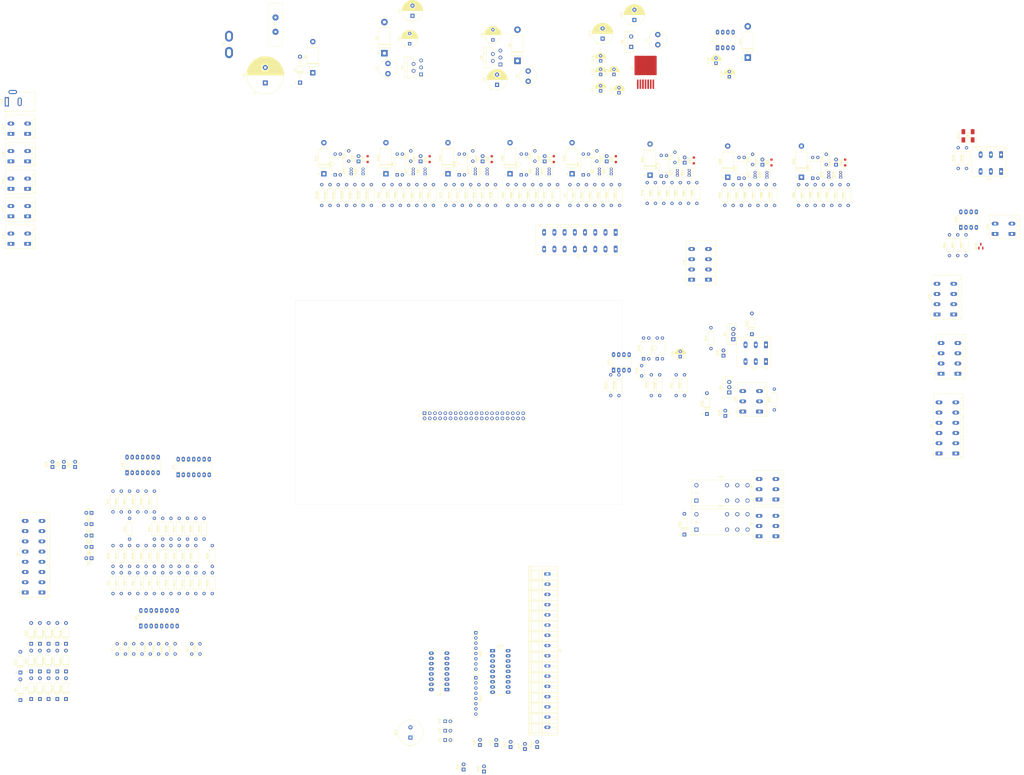
<source format=kicad_pcb>
(kicad_pcb
	(version 20240108)
	(generator "pcbnew")
	(generator_version "8.0")
	(general
		(thickness 1.6)
		(legacy_teardrops no)
	)
	(paper "A4")
	(layers
		(0 "F.Cu" signal)
		(31 "B.Cu" signal)
		(32 "B.Adhes" user "B.Adhesive")
		(33 "F.Adhes" user "F.Adhesive")
		(34 "B.Paste" user)
		(35 "F.Paste" user)
		(36 "B.SilkS" user "B.Silkscreen")
		(37 "F.SilkS" user "F.Silkscreen")
		(38 "B.Mask" user)
		(39 "F.Mask" user)
		(40 "Dwgs.User" user "User.Drawings")
		(41 "Cmts.User" user "User.Comments")
		(42 "Eco1.User" user "User.Eco1")
		(43 "Eco2.User" user "User.Eco2")
		(44 "Edge.Cuts" user)
		(45 "Margin" user)
		(46 "B.CrtYd" user "B.Courtyard")
		(47 "F.CrtYd" user "F.Courtyard")
		(48 "B.Fab" user)
		(49 "F.Fab" user)
		(50 "User.1" user)
		(51 "User.2" user)
		(52 "User.3" user)
		(53 "User.4" user)
		(54 "User.5" user)
		(55 "User.6" user)
		(56 "User.7" user)
		(57 "User.8" user)
		(58 "User.9" user)
	)
	(setup
		(pad_to_mask_clearance 0)
		(allow_soldermask_bridges_in_footprints no)
		(pcbplotparams
			(layerselection 0x00010fc_ffffffff)
			(plot_on_all_layers_selection 0x0000000_00000000)
			(disableapertmacros no)
			(usegerberextensions no)
			(usegerberattributes yes)
			(usegerberadvancedattributes yes)
			(creategerberjobfile yes)
			(dashed_line_dash_ratio 12.000000)
			(dashed_line_gap_ratio 3.000000)
			(svgprecision 4)
			(plotframeref no)
			(viasonmask no)
			(mode 1)
			(useauxorigin no)
			(hpglpennumber 1)
			(hpglpenspeed 20)
			(hpglpendiameter 15.000000)
			(pdf_front_fp_property_popups yes)
			(pdf_back_fp_property_popups yes)
			(dxfpolygonmode yes)
			(dxfimperialunits yes)
			(dxfusepcbnewfont yes)
			(psnegative no)
			(psa4output no)
			(plotreference yes)
			(plotvalue yes)
			(plotfptext yes)
			(plotinvisibletext no)
			(sketchpadsonfab no)
			(subtractmaskfromsilk no)
			(outputformat 1)
			(mirror no)
			(drillshape 1)
			(scaleselection 1)
			(outputdirectory "")
		)
	)
	(net 0 "")
	(net 1 "+5V")
	(net 2 "/Buzzer")
	(net 3 "+24V filtered")
	(net 4 "GND")
	(net 5 "+3V3")
	(net 6 "/ADC_CH3")
	(net 7 "/ADC_CH1")
	(net 8 "+12V")
	(net 9 "Net-(D6-K)")
	(net 10 "Net-(U1-BOOT)")
	(net 11 "/Dig-IN_1")
	(net 12 "Net-(U11-CAP+)")
	(net 13 "Net-(D14-K)")
	(net 14 "-5V")
	(net 15 "/ADC_CH5")
	(net 16 "/ADC_CH6")
	(net 17 "/ADC_CH0")
	(net 18 "/ADC_CH2")
	(net 19 "/ADC_CH7")
	(net 20 "/ADC_CH4")
	(net 21 "/Dig-IN_2")
	(net 22 "/Dig-IN_3")
	(net 23 "/Dig-IN_4")
	(net 24 "/Dig-IN_5")
	(net 25 "/Dig-IN_6")
	(net 26 "/Dig-IN_7")
	(net 27 "/Dig-IN_8")
	(net 28 "Net-(D1-K)")
	(net 29 "Net-(D2-K)")
	(net 30 "Net-(D4-A)")
	(net 31 "Net-(D5-K)")
	(net 32 "Net-(D7-K)")
	(net 33 "Net-(D7-A)")
	(net 34 "Net-(D8-K)")
	(net 35 "Net-(D8-A)")
	(net 36 "Net-(D10-A)")
	(net 37 "Net-(D10-K)")
	(net 38 "Net-(D11-A)")
	(net 39 "Net-(D13-A)")
	(net 40 "Net-(D15-K)")
	(net 41 "Net-(D15-A)")
	(net 42 "Net-(D17-A)")
	(net 43 "Net-(D17-K)")
	(net 44 "/OUT_PWM_2_drain")
	(net 45 "Net-(D18-A)")
	(net 46 "/OUT_PWM_1_drain")
	(net 47 "Net-(D19-A)")
	(net 48 "Net-(D20-A)")
	(net 49 "OUT_Digital_1_open-drain")
	(net 50 "Net-(D21-A)")
	(net 51 "Net-(D23-K)")
	(net 52 "Net-(D23-A)")
	(net 53 "Net-(D24-A)")
	(net 54 "Net-(D26-A)")
	(net 55 "Net-(D26-K)")
	(net 56 "Net-(D27-K)")
	(net 57 "Net-(D27-A)")
	(net 58 "IN_Analog_6 (0-20mA)")
	(net 59 "IN_Analog_7 (0-20mA)")
	(net 60 "/OUT_Relay_1")
	(net 61 "/OUT_PWM_1_diode")
	(net 62 "/OUT_PWM_2_diode")
	(net 63 "Net-(D34-A)")
	(net 64 "Net-(D38-A)")
	(net 65 "OUT_Digital_2_open-drain")
	(net 66 "Net-(D41-A)")
	(net 67 "OUT_Digital_3_open-drain")
	(net 68 "Net-(D42-A)")
	(net 69 "Net-(D43-A)")
	(net 70 "OUT_Digital_4_open-drain")
	(net 71 "OUT_Digital_5_open-drain")
	(net 72 "Net-(D44-A)")
	(net 73 "Net-(D45-A)")
	(net 74 "/OUT_Relay_2")
	(net 75 "I2C_SDA")
	(net 76 "RS485_B")
	(net 77 "RS485_A")
	(net 78 "Net-(D50-A1)")
	(net 79 "Net-(D51-A)")
	(net 80 "Net-(D52-A)")
	(net 81 "Net-(D52-K)")
	(net 82 "Net-(D53-A1)")
	(net 83 "Net-(D54-A)")
	(net 84 "Net-(D55-K)")
	(net 85 "Net-(D55-A)")
	(net 86 "Net-(D56-A1)")
	(net 87 "Net-(D57-A)")
	(net 88 "Net-(D58-A)")
	(net 89 "Net-(D58-K)")
	(net 90 "Net-(D59-A1)")
	(net 91 "Net-(D60-A)")
	(net 92 "Net-(D61-A)")
	(net 93 "Net-(D61-K)")
	(net 94 "Net-(D62-A1)")
	(net 95 "Net-(D63-A)")
	(net 96 "Net-(D64-K)")
	(net 97 "Net-(D64-A)")
	(net 98 "Net-(D65-A1)")
	(net 99 "Net-(D66-A)")
	(net 100 "Net-(D67-A)")
	(net 101 "Net-(D67-K)")
	(net 102 "Net-(D68-A1)")
	(net 103 "Net-(D69-A)")
	(net 104 "Net-(D70-A)")
	(net 105 "Net-(D70-K)")
	(net 106 "Net-(D71-A1)")
	(net 107 "Net-(D72-A)")
	(net 108 "Net-(D73-A)")
	(net 109 "Net-(D73-K)")
	(net 110 "+BATT")
	(net 111 "unconnected-(J1-ID_SD{slash}GPIO0-Pad27)")
	(net 112 "/SPI_CE0_ADC")
	(net 113 "Net-(J1-3V3-Pad1)")
	(net 114 "/SPI0_miso_ADC")
	(net 115 "/UART_DIR-T")
	(net 116 "/SPI0_mosi_ADC")
	(net 117 "/SPI0_sclk_ADC")
	(net 118 "/UART_TX")
	(net 119 "/SPI1_miso_FREE")
	(net 120 "/SR-OUT_latch")
	(net 121 "/SPI1_mosi_FREE")
	(net 122 "/SR-OUT_clock")
	(net 123 "/SR-OUT_data")
	(net 124 "unconnected-(J1-ID_SC{slash}GPIO1-Pad28)")
	(net 125 "/SPI1_CE_FREE")
	(net 126 "/UART_RX")
	(net 127 "/OUT_PWM_2")
	(net 128 "/SPI1_sclk_FREE")
	(net 129 "/OUT_PWM_1")
	(net 130 "IN_Digital_8")
	(net 131 "IN_Digital_5")
	(net 132 "IN_Digital_2")
	(net 133 "IN_Digital_3")
	(net 134 "IN_Digital_4")
	(net 135 "IN_Digital_6")
	(net 136 "IN_Digital_7")
	(net 137 "IN_Digital_1")
	(net 138 "OUT_Digital_8")
	(net 139 "OUT_Digital_7_open-drain")
	(net 140 "OUT_Digital_2")
	(net 141 "OUT_Digital_4")
	(net 142 "OUT_Digital_5")
	(net 143 "OUT_Digital_6")
	(net 144 "OUT_Digital_3")
	(net 145 "OUT_Digital_7")
	(net 146 "OUT_Digital_8_open-drain")
	(net 147 "OUT_Digital_1")
	(net 148 "OUT_Digital_6_open-drain")
	(net 149 "Net-(J4-Pin_1)")
	(net 150 "Net-(J4-Pin_2)")
	(net 151 "Net-(J4-Pin_3)")
	(net 152 "OUT_Digital_COM_open-drain")
	(net 153 "Net-(J6-Pin_1)")
	(net 154 "Net-(J6-Pin_3)")
	(net 155 "Net-(J6-Pin_2)")
	(net 156 "IN_Analog_1 (0-3.3V)")
	(net 157 "IN_Analog_5 (0-24V)")
	(net 158 "IN_Analog_4 (0-12V)")
	(net 159 "IN_Analog_2 (0-5V)")
	(net 160 "IN_Analog_0 (0-3.3V)")
	(net 161 "IN_Analog_3 (0-5V)")
	(net 162 "Net-(Q1-G)")
	(net 163 "Net-(Q2-G)")
	(net 164 "Net-(Q2-D)")
	(net 165 "Net-(Q5-G)")
	(net 166 "Net-(Q6-G)")
	(net 167 "Net-(Q7-G)")
	(net 168 "Net-(Q7-D)")
	(net 169 "Net-(Q8-G)")
	(net 170 "Net-(Q9-G)")
	(net 171 "Net-(Q9-D)")
	(net 172 "Net-(Q10-G)")
	(net 173 "Net-(Q11-D)")
	(net 174 "Net-(Q11-G)")
	(net 175 "Net-(Q12-G)")
	(net 176 "Net-(Q13-G)")
	(net 177 "Net-(Q13-D)")
	(net 178 "Net-(Q14-G)")
	(net 179 "Net-(Q15-D)")
	(net 180 "Net-(Q15-G)")
	(net 181 "Net-(Q16-G)")
	(net 182 "Net-(Q17-G)")
	(net 183 "Net-(Q17-D)")
	(net 184 "Net-(Q18-G)")
	(net 185 "Net-(Q19-D)")
	(net 186 "Net-(Q19-G)")
	(net 187 "Net-(Q20-G)")
	(net 188 "Net-(R2-Pad2)")
	(net 189 "Net-(U9C--)")
	(net 190 "Net-(U12-~{OUTA})")
	(net 191 "Net-(U12-~{OUTB})")
	(net 192 "Net-(U12-INB)")
	(net 193 "Net-(R33-Pad1)")
	(net 194 "Net-(U9D--)")
	(net 195 "Net-(R59-Pad2)")
	(net 196 "Net-(R66-Pad2)")
	(net 197 "Net-(R73-Pad2)")
	(net 198 "Net-(R80-Pad2)")
	(net 199 "Net-(R87-Pad2)")
	(net 200 "Net-(R94-Pad2)")
	(net 201 "Net-(R101-Pad2)")
	(net 202 "Net-(U12-INA)")
	(net 203 "Net-(R108-Pad1)")
	(net 204 "Net-(RN2-R1.2)")
	(net 205 "Net-(RN2-R3.2)")
	(net 206 "Net-(RN2-R4.2)")
	(net 207 "Net-(RN2-R2.2)")
	(net 208 "Net-(RN3-R2.2)")
	(net 209 "Net-(RN3-R3.2)")
	(net 210 "Net-(RN3-R1.2)")
	(net 211 "Net-(RN3-R4.2)")
	(net 212 "unconnected-(U1-EN-Pad7)")
	(net 213 "unconnected-(U1-NC-Pad5)")
	(net 214 "unconnected-(U2-QH'-Pad9)")
	(net 215 "unconnected-(U11-OSC-Pad7)")
	(net 216 "unconnected-(U11-NC-Pad1)")
	(net 217 "unconnected-(U12-NC-Pad8)")
	(net 218 "unconnected-(U12-NC-Pad1)")
	(footprint "Capacitor_THT:CP_Radial_D10.0mm_P5.00mm" (layer "F.Cu") (at 136.35 -61.907323 90))
	(footprint "Resistor_THT:R_Axial_DIN0207_L6.3mm_D2.5mm_P10.16mm_Horizontal" (layer "F.Cu") (at 226 -3.92 90))
	(footprint "Resistor_THT:R_Axial_DIN0207_L6.3mm_D2.5mm_P10.16mm_Horizontal" (layer "F.Cu") (at 357.655 21.6 90))
	(footprint "Package_TO_SOT_THT:TO-92_Inline" (layer "F.Cu") (at 192.23 -18.29 90))
	(footprint "Package_DIP:DIP-4_W10.16mm" (layer "F.Cu") (at 208.025 72.1 90))
	(footprint "Diode_THT:D_A-405_P10.16mm_Horizontal" (layer "F.Cu") (at -78.75 225 90))
	(footprint "Resistor_THT:R_Axial_DIN0207_L6.3mm_D2.5mm_P10.16mm_Horizontal" (layer "F.Cu") (at -31.25 173.62 90))
	(footprint "Connector_PinSocket_2.54mm:PinSocket_1x02_P2.54mm_Vertical" (layer "F.Cu") (at 111 258.6 90))
	(footprint "Capacitor_THT:CP_Radial_D5.0mm_P2.50mm" (layer "F.Cu") (at 226 71 90))
	(footprint "Resistor_THT:R_Axial_DIN0207_L6.3mm_D2.5mm_P10.16mm_Horizontal" (layer "F.Cu") (at 241 67.08 90))
	(footprint "Relay_THT:Relay_SPDT_Omron_G2RL-1-E" (layer "F.Cu") (at 233.885 155.635 90))
	(footprint "Resistor_THT:R_Axial_DIN0207_L6.3mm_D2.5mm_P10.16mm_Horizontal" (layer "F.Cu") (at -2.9 186.93 90))
	(footprint "Resistor_THT:R_Axial_DIN0207_L6.3mm_D2.5mm_P10.16mm_Horizontal" (layer "F.Cu") (at -31.25 160.31 90))
	(footprint "Resistor_THT:R_Axial_DIN0207_L6.3mm_D2.5mm_P10.16mm_Horizontal" (layer "F.Cu") (at 115.35 -2.92 90))
	(footprint "Capacitor_THT:CP_Radial_D8.0mm_P5.00mm" (layer "F.Cu") (at 93.59 -82.029698 90))
	(footprint "Diode_THT:D_DO-201AD_P15.24mm_Horizontal" (layer "F.Cu") (at 146.35 -73.655 90))
	(footprint "Package_DIP:DIP-8_W7.62mm_LongPads" (layer "F.Cu") (at 363.2 7.825 90))
	(footprint "Diode_THT:D_DO-201AE_P15.24mm_Horizontal" (layer "F.Cu") (at 112.36 -18.38 90))
	(footprint "Diode_THT:D_A-405_P10.16mm_Horizontal" (layer "F.Cu") (at -91.5 211.49 90))
	(footprint "LED_THT:LED_D3.0mm_IRBlack"
		(layer "F.Cu")
		(uuid "0fb19009-66cf-4b3c-9f8f-20613afe0f68")
		(at 266.15 -22.84 90)
		(descr "IR-ED, diameter 3.0mm, 2 pins, color: black")
		(tags "IR infrared LED diameter 3.0mm 2 pins black")
		(property "Reference" "D70"
			(at 1.27 -2.96 90)
			(layer "F.SilkS")
			(uuid "994d7ea6-532e-4a53-8a41-7883b48a8671")
			(effects
				(font
					(size 1 1)
					(thickness 0.15)
				)
			)
		)
		(property "Value" "LED_3O"
			(at 1.27 2.96 90)
			(layer "F.Fab")
			(uuid "b0db2674-eb7c-44f2-93ef-ab9b77a70fa9")
			(effects
				(font
					(size 1 1)
					(thickness 0.15)
				)
			)
		)
		(property "Footprint" "LED_THT:LED_D3.0mm_IRBlack"
			(at 0 0 90)
			(unlocked yes)
			(layer "F.Fab")
			(hide yes)
			(uuid "14c5a428-bc97-4d70-8267-2e1f29f0500d")
			(effects
				(font
					(size 1.27 1.27)
					(thickness 0.15)
				)
			)
		)
		(property "Datasheet" ""
			(at 0 0 90)
			(unlocked yes)
			(layer "F.Fab")
			(hide yes)
			(uuid "33de6e62-212b-41bf-9ec6-1c9e9313609b")
			(effects
				(font
					(size 1.27 1.27)
					(thickness 0.15)
				)
			)
		)
		(property "Description" "Light emitting diode"
			(at 0 0 90)
			(unlocked yes)
			(layer "F.Fab")
			(hide yes)
			(uuid "32bce3a5-0308-4f40-991f-dfd073563931")
			(effects
				(font
					(size 1.27 1.27)
					(thickness 0.15)
				)
			)
		)
		(property ki_fp_filters "LED* LED_SMD:* LED_THT:*")
		(path "/0f4b2682-ffd6-45f6-a9ed-59b159fa5c47/c5a6aa9c-ad05-4ae6-b979-b21910358fe1")
		(sheetname "Protected-Digital-Input6")
		(sheetfile "digitial-input.kicad_sch")
		(attr through_hole)
		(fp_line
			(start -0.29 -1.236)
			(end -0.29 -1.08)
			(stroke
				(width 0.12)
				(type solid)
			)
			(layer "F.SilkS")
			(uuid "038a9235-3c0e-4947-833e-6c1d5422c26f")
		)
		(fp_line
			(start -0.29 1.08)
			(end -0.29 1.236)
			(stroke
				(width 0.12)
				(type solid)
			)
			(layer "F.SilkS")
			(uuid "41a1ef4f-605c-4424-9f33-133d215dd315")
		)
		(fp_arc
			(start -0.29 -1.235516)
			(mid 1.366487 -1.987659)
			(end 2.942335 -1.078608)
			(stroke
				(width 0.12)
				(type solid)
			)
			(layer "F.SilkS")
			(uuid "ff03a082-d27a-4233-8f67-a897b6b55836")
		)
		(fp_arc
			(start 0.229039 -1.08)
			(mid 1.270117 -1.5)
			(end 2.31113 -1.079837)
			(stroke
				(width 0.12)
				(type solid)
			)
			(layer "F.SilkS")
			(uuid "f1c13600-8fa7-46b6-9e80-01502f46abf1")
		)
		(fp_arc
			(start 2.942335 1.078608)
			(mid 1.366487 1.987659)
			(end -0.29 1.235516)
			(stroke
				(width 0.12)
				(type solid)
			)
			(layer "F.SilkS")
			(uuid "efcfc923-250c-40eb-8b1f-715ff0841d54")
		)
		(fp_arc
			(start 2.31113 1.079837)
			(mid 1.270117 1.5)
			(end 0.229039 1.08)
			(stroke
				(width 0.12)
... [1949769 chars truncated]
</source>
